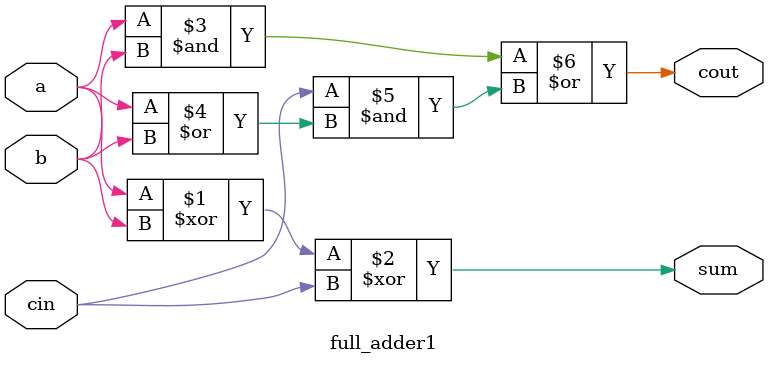
<source format=v>
module full_adder1(a,b,cin,sum,cout);
input a,b,cin;
output sum,cout;
assign sum = a^b^cin;
assign cout = a&b|cin&(a|b); 
// initial begin
//     $display("The correct adder");
// end   
endmodule
</source>
